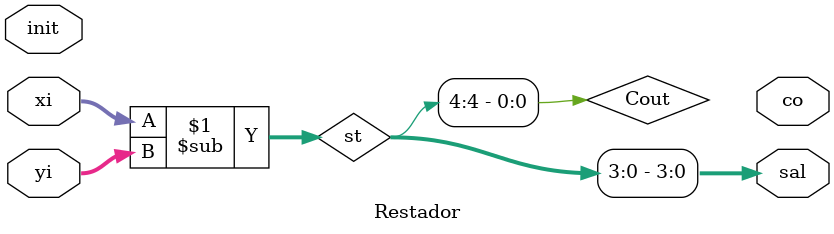
<source format=v>
`timescale 1ns / 1ps

module Restador(init, xi, yi,co,sal);

  input init;
  input [3 :0] xi;
  input [3 :0] yi;
  output co;
  output [3 :0] sal;
  
  
  wire [4:0] st;
  assign sal= st[3:0];
  assign Cout = st[4];

  assign st  = 	xi-yi;

endmodule

</source>
